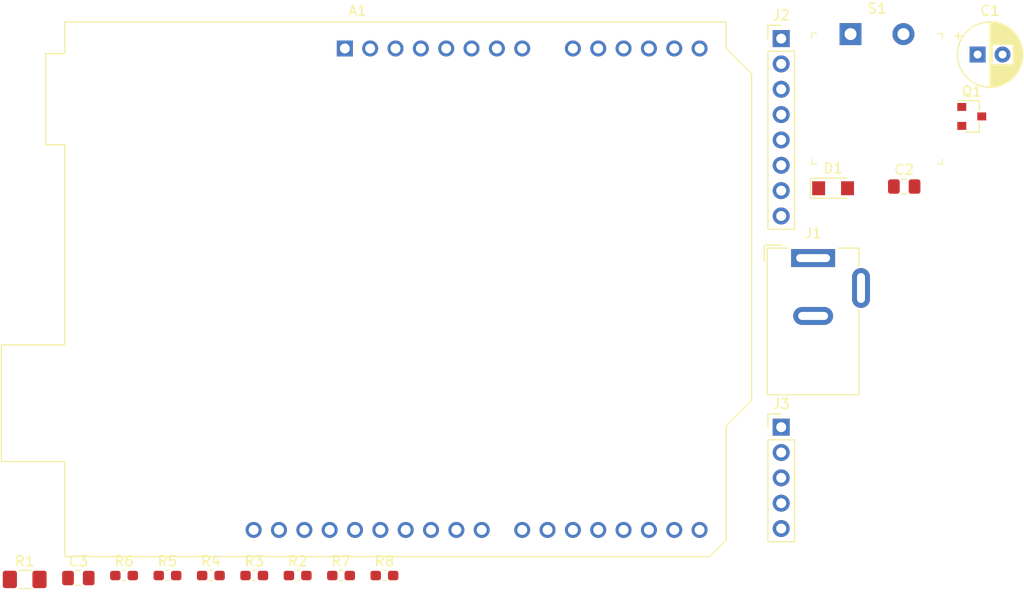
<source format=kicad_pcb>
(kicad_pcb (version 20171130) (host pcbnew "(5.1.12)-1")

  (general
    (thickness 1.6)
    (drawings 0)
    (tracks 0)
    (zones 0)
    (modules 18)
    (nets 41)
  )

  (page A4)
  (layers
    (0 F.Cu signal)
    (31 B.Cu signal)
    (32 B.Adhes user)
    (33 F.Adhes user)
    (34 B.Paste user)
    (35 F.Paste user)
    (36 B.SilkS user)
    (37 F.SilkS user)
    (38 B.Mask user)
    (39 F.Mask user)
    (40 Dwgs.User user)
    (41 Cmts.User user)
    (42 Eco1.User user)
    (43 Eco2.User user)
    (44 Edge.Cuts user)
    (45 Margin user)
    (46 B.CrtYd user)
    (47 F.CrtYd user)
    (48 B.Fab user)
    (49 F.Fab user)
  )

  (setup
    (last_trace_width 0.25)
    (trace_clearance 0.2)
    (zone_clearance 0.508)
    (zone_45_only no)
    (trace_min 0.2)
    (via_size 0.8)
    (via_drill 0.4)
    (via_min_size 0.4)
    (via_min_drill 0.3)
    (uvia_size 0.3)
    (uvia_drill 0.1)
    (uvias_allowed no)
    (uvia_min_size 0.2)
    (uvia_min_drill 0.1)
    (edge_width 0.05)
    (segment_width 0.2)
    (pcb_text_width 0.3)
    (pcb_text_size 1.5 1.5)
    (mod_edge_width 0.12)
    (mod_text_size 1 1)
    (mod_text_width 0.15)
    (pad_size 1.524 1.524)
    (pad_drill 0.762)
    (pad_to_mask_clearance 0)
    (aux_axis_origin 0 0)
    (visible_elements FFFFFF7F)
    (pcbplotparams
      (layerselection 0x010fc_ffffffff)
      (usegerberextensions false)
      (usegerberattributes true)
      (usegerberadvancedattributes true)
      (creategerberjobfile true)
      (excludeedgelayer true)
      (linewidth 0.100000)
      (plotframeref false)
      (viasonmask false)
      (mode 1)
      (useauxorigin false)
      (hpglpennumber 1)
      (hpglpenspeed 20)
      (hpglpendiameter 15.000000)
      (psnegative false)
      (psa4output false)
      (plotreference true)
      (plotvalue true)
      (plotinvisibletext false)
      (padsonsilk false)
      (subtractmaskfromsilk false)
      (outputformat 1)
      (mirror false)
      (drillshape 1)
      (scaleselection 1)
      (outputdirectory ""))
  )

  (net 0 "")
  (net 1 "Net-(A1-Pad16)")
  (net 2 "Net-(A1-Pad15)")
  (net 3 "Net-(A1-Pad30)")
  (net 4 "Net-(A1-Pad14)")
  (net 5 GND)
  (net 6 "Net-(A1-Pad13)")
  (net 7 "Net-(A1-Pad28)")
  (net 8 "Net-(A1-Pad12)")
  (net 9 "Net-(A1-Pad27)")
  (net 10 "Net-(A1-Pad11)")
  (net 11 /RST)
  (net 12 "Net-(A1-Pad10)")
  (net 13 /~CE)
  (net 14 "Net-(A1-Pad9)")
  (net 15 /DC)
  (net 16 +9V)
  (net 17 /DIN)
  (net 18 /CLK)
  (net 19 /TRIG)
  (net 20 VCC)
  (net 21 /ECHO)
  (net 22 +3V3)
  (net 23 "Net-(A1-Pad19)")
  (net 24 "Net-(A1-Pad3)")
  (net 25 "Net-(A1-Pad18)")
  (net 26 "Net-(A1-Pad2)")
  (net 27 "Net-(A1-Pad17)")
  (net 28 "Net-(A1-Pad1)")
  (net 29 "Net-(A1-Pad31)")
  (net 30 "Net-(A1-Pad32)")
  (net 31 "Net-(D1-Pad2)")
  (net 32 "Net-(J1-Pad1)")
  (net 33 /Backlight)
  (net 34 "Net-(J3-Pad2)")
  (net 35 "Net-(R3-Pad2)")
  (net 36 "Net-(R4-Pad2)")
  (net 37 "Net-(R5-Pad2)")
  (net 38 "Net-(R6-Pad2)")
  (net 39 "Net-(R7-Pad2)")
  (net 40 "Net-(R8-Pad1)")

  (net_class Default "This is the default net class."
    (clearance 0.2)
    (trace_width 0.25)
    (via_dia 0.8)
    (via_drill 0.4)
    (uvia_dia 0.3)
    (uvia_drill 0.1)
    (add_net +3V3)
    (add_net +9V)
    (add_net /Backlight)
    (add_net /CLK)
    (add_net /DC)
    (add_net /DIN)
    (add_net /ECHO)
    (add_net /RST)
    (add_net /TRIG)
    (add_net /~CE)
    (add_net GND)
    (add_net "Net-(A1-Pad1)")
    (add_net "Net-(A1-Pad10)")
    (add_net "Net-(A1-Pad11)")
    (add_net "Net-(A1-Pad12)")
    (add_net "Net-(A1-Pad13)")
    (add_net "Net-(A1-Pad14)")
    (add_net "Net-(A1-Pad15)")
    (add_net "Net-(A1-Pad16)")
    (add_net "Net-(A1-Pad17)")
    (add_net "Net-(A1-Pad18)")
    (add_net "Net-(A1-Pad19)")
    (add_net "Net-(A1-Pad2)")
    (add_net "Net-(A1-Pad27)")
    (add_net "Net-(A1-Pad28)")
    (add_net "Net-(A1-Pad3)")
    (add_net "Net-(A1-Pad30)")
    (add_net "Net-(A1-Pad31)")
    (add_net "Net-(A1-Pad32)")
    (add_net "Net-(A1-Pad9)")
    (add_net "Net-(D1-Pad2)")
    (add_net "Net-(J1-Pad1)")
    (add_net "Net-(J3-Pad2)")
    (add_net "Net-(R3-Pad2)")
    (add_net "Net-(R4-Pad2)")
    (add_net "Net-(R5-Pad2)")
    (add_net "Net-(R6-Pad2)")
    (add_net "Net-(R7-Pad2)")
    (add_net "Net-(R8-Pad1)")
    (add_net VCC)
  )

  (module digikey-footprints:PushButton_12x12mm_THT_GPTS203211B (layer F.Cu) (tedit 5AFB65B9) (tstamp 619966FF)
    (at 151.44 71.31)
    (path /619A8804)
    (fp_text reference S1 (at 2.65 -2.57) (layer F.SilkS)
      (effects (font (size 1 1) (thickness 0.15)))
    )
    (fp_text value GPTS203211B (at 2.65 14.45) (layer F.Fab)
      (effects (font (size 1 1) (thickness 0.15)))
    )
    (fp_text user %R (at 2.65 6.3) (layer F.Fab)
      (effects (font (size 1 1) (thickness 0.15)))
    )
    (fp_line (start 9.4 -1.35) (end -4.1 -1.35) (layer F.CrtYd) (width 0.05))
    (fp_line (start -4.1 -1.35) (end -4.1 13.25) (layer F.CrtYd) (width 0.05))
    (fp_line (start 9.4 13.25) (end -4.1 13.25) (layer F.CrtYd) (width 0.05))
    (fp_line (start 9.4 -1.35) (end 9.4 13.25) (layer F.CrtYd) (width 0.05))
    (fp_line (start 9.2 -0.05) (end 9.2 0.45) (layer F.SilkS) (width 0.1))
    (fp_line (start 9.2 -0.05) (end 8.7 -0.05) (layer F.SilkS) (width 0.1))
    (fp_line (start -3.9 -0.1) (end -3.9 0.4) (layer F.SilkS) (width 0.1))
    (fp_line (start -3.9 -0.1) (end -3.4 -0.1) (layer F.SilkS) (width 0.1))
    (fp_line (start -3.9 13.05) (end -3.9 12.55) (layer F.SilkS) (width 0.1))
    (fp_line (start -3.9 13.05) (end -3.4 13.05) (layer F.SilkS) (width 0.1))
    (fp_line (start 9.2 13.05) (end 9.2 12.55) (layer F.SilkS) (width 0.1))
    (fp_line (start 9.2 13.05) (end 8.7 13.05) (layer F.SilkS) (width 0.1))
    (fp_line (start -3.85 13) (end 9.15 13) (layer F.Fab) (width 0.1))
    (fp_line (start 9.15 0) (end 9.15 13) (layer F.Fab) (width 0.1))
    (fp_line (start -3.85 0) (end -3.85 13) (layer F.Fab) (width 0.1))
    (fp_line (start -3.85 0) (end 9.15 0) (layer F.Fab) (width 0.1))
    (pad 2 thru_hole circle (at 5.3 0) (size 2.2 2.2) (drill 1.2) (layers *.Cu *.Mask)
      (net 40 "Net-(R8-Pad1)"))
    (pad 1 thru_hole rect (at 0 0) (size 2.2 2.2) (drill 1.2) (layers *.Cu *.Mask)
      (net 24 "Net-(A1-Pad3)"))
  )

  (module Resistor_SMD:R_0603_1608Metric_Pad1.05x0.95mm_HandSolder (layer F.Cu) (tedit 5B301BBD) (tstamp 619966E8)
    (at 104.72 125.58)
    (descr "Resistor SMD 0603 (1608 Metric), square (rectangular) end terminal, IPC_7351 nominal with elongated pad for handsoldering. (Body size source: http://www.tortai-tech.com/upload/download/2011102023233369053.pdf), generated with kicad-footprint-generator")
    (tags "resistor handsolder")
    (path /619A9DEB)
    (attr smd)
    (fp_text reference R8 (at 0 -1.43) (layer F.SilkS)
      (effects (font (size 1 1) (thickness 0.15)))
    )
    (fp_text value 1k (at 0 1.43) (layer F.Fab)
      (effects (font (size 1 1) (thickness 0.15)))
    )
    (fp_text user %R (at 0 0) (layer F.Fab)
      (effects (font (size 0.4 0.4) (thickness 0.06)))
    )
    (fp_line (start -0.8 0.4) (end -0.8 -0.4) (layer F.Fab) (width 0.1))
    (fp_line (start -0.8 -0.4) (end 0.8 -0.4) (layer F.Fab) (width 0.1))
    (fp_line (start 0.8 -0.4) (end 0.8 0.4) (layer F.Fab) (width 0.1))
    (fp_line (start 0.8 0.4) (end -0.8 0.4) (layer F.Fab) (width 0.1))
    (fp_line (start -0.171267 -0.51) (end 0.171267 -0.51) (layer F.SilkS) (width 0.12))
    (fp_line (start -0.171267 0.51) (end 0.171267 0.51) (layer F.SilkS) (width 0.12))
    (fp_line (start -1.65 0.73) (end -1.65 -0.73) (layer F.CrtYd) (width 0.05))
    (fp_line (start -1.65 -0.73) (end 1.65 -0.73) (layer F.CrtYd) (width 0.05))
    (fp_line (start 1.65 -0.73) (end 1.65 0.73) (layer F.CrtYd) (width 0.05))
    (fp_line (start 1.65 0.73) (end -1.65 0.73) (layer F.CrtYd) (width 0.05))
    (pad 2 smd roundrect (at 0.875 0) (size 1.05 0.95) (layers F.Cu F.Paste F.Mask) (roundrect_rratio 0.25)
      (net 5 GND))
    (pad 1 smd roundrect (at -0.875 0) (size 1.05 0.95) (layers F.Cu F.Paste F.Mask) (roundrect_rratio 0.25)
      (net 40 "Net-(R8-Pad1)"))
    (model ${KISYS3DMOD}/Resistor_SMD.3dshapes/R_0603_1608Metric.wrl
      (at (xyz 0 0 0))
      (scale (xyz 1 1 1))
      (rotate (xyz 0 0 0))
    )
  )

  (module Resistor_SMD:R_0603_1608Metric_Pad1.05x0.95mm_HandSolder (layer F.Cu) (tedit 5B301BBD) (tstamp 619966D7)
    (at 100.37 125.58)
    (descr "Resistor SMD 0603 (1608 Metric), square (rectangular) end terminal, IPC_7351 nominal with elongated pad for handsoldering. (Body size source: http://www.tortai-tech.com/upload/download/2011102023233369053.pdf), generated with kicad-footprint-generator")
    (tags "resistor handsolder")
    (path /619C5691)
    (attr smd)
    (fp_text reference R7 (at 0 -1.43) (layer F.SilkS)
      (effects (font (size 1 1) (thickness 0.15)))
    )
    (fp_text value 10k (at 0 1.43) (layer F.Fab)
      (effects (font (size 1 1) (thickness 0.15)))
    )
    (fp_text user %R (at 0 0) (layer F.Fab)
      (effects (font (size 0.4 0.4) (thickness 0.06)))
    )
    (fp_line (start -0.8 0.4) (end -0.8 -0.4) (layer F.Fab) (width 0.1))
    (fp_line (start -0.8 -0.4) (end 0.8 -0.4) (layer F.Fab) (width 0.1))
    (fp_line (start 0.8 -0.4) (end 0.8 0.4) (layer F.Fab) (width 0.1))
    (fp_line (start 0.8 0.4) (end -0.8 0.4) (layer F.Fab) (width 0.1))
    (fp_line (start -0.171267 -0.51) (end 0.171267 -0.51) (layer F.SilkS) (width 0.12))
    (fp_line (start -0.171267 0.51) (end 0.171267 0.51) (layer F.SilkS) (width 0.12))
    (fp_line (start -1.65 0.73) (end -1.65 -0.73) (layer F.CrtYd) (width 0.05))
    (fp_line (start -1.65 -0.73) (end 1.65 -0.73) (layer F.CrtYd) (width 0.05))
    (fp_line (start 1.65 -0.73) (end 1.65 0.73) (layer F.CrtYd) (width 0.05))
    (fp_line (start 1.65 0.73) (end -1.65 0.73) (layer F.CrtYd) (width 0.05))
    (pad 2 smd roundrect (at 0.875 0) (size 1.05 0.95) (layers F.Cu F.Paste F.Mask) (roundrect_rratio 0.25)
      (net 39 "Net-(R7-Pad2)"))
    (pad 1 smd roundrect (at -0.875 0) (size 1.05 0.95) (layers F.Cu F.Paste F.Mask) (roundrect_rratio 0.25)
      (net 11 /RST))
    (model ${KISYS3DMOD}/Resistor_SMD.3dshapes/R_0603_1608Metric.wrl
      (at (xyz 0 0 0))
      (scale (xyz 1 1 1))
      (rotate (xyz 0 0 0))
    )
  )

  (module Resistor_SMD:R_0603_1608Metric_Pad1.05x0.95mm_HandSolder (layer F.Cu) (tedit 5B301BBD) (tstamp 619966C6)
    (at 78.62 125.58)
    (descr "Resistor SMD 0603 (1608 Metric), square (rectangular) end terminal, IPC_7351 nominal with elongated pad for handsoldering. (Body size source: http://www.tortai-tech.com/upload/download/2011102023233369053.pdf), generated with kicad-footprint-generator")
    (tags "resistor handsolder")
    (path /619C2B43)
    (attr smd)
    (fp_text reference R6 (at 0 -1.43) (layer F.SilkS)
      (effects (font (size 1 1) (thickness 0.15)))
    )
    (fp_text value 1k (at 0 1.43) (layer F.Fab)
      (effects (font (size 1 1) (thickness 0.15)))
    )
    (fp_text user %R (at 0 0) (layer F.Fab)
      (effects (font (size 0.4 0.4) (thickness 0.06)))
    )
    (fp_line (start -0.8 0.4) (end -0.8 -0.4) (layer F.Fab) (width 0.1))
    (fp_line (start -0.8 -0.4) (end 0.8 -0.4) (layer F.Fab) (width 0.1))
    (fp_line (start 0.8 -0.4) (end 0.8 0.4) (layer F.Fab) (width 0.1))
    (fp_line (start 0.8 0.4) (end -0.8 0.4) (layer F.Fab) (width 0.1))
    (fp_line (start -0.171267 -0.51) (end 0.171267 -0.51) (layer F.SilkS) (width 0.12))
    (fp_line (start -0.171267 0.51) (end 0.171267 0.51) (layer F.SilkS) (width 0.12))
    (fp_line (start -1.65 0.73) (end -1.65 -0.73) (layer F.CrtYd) (width 0.05))
    (fp_line (start -1.65 -0.73) (end 1.65 -0.73) (layer F.CrtYd) (width 0.05))
    (fp_line (start 1.65 -0.73) (end 1.65 0.73) (layer F.CrtYd) (width 0.05))
    (fp_line (start 1.65 0.73) (end -1.65 0.73) (layer F.CrtYd) (width 0.05))
    (pad 2 smd roundrect (at 0.875 0) (size 1.05 0.95) (layers F.Cu F.Paste F.Mask) (roundrect_rratio 0.25)
      (net 38 "Net-(R6-Pad2)"))
    (pad 1 smd roundrect (at -0.875 0) (size 1.05 0.95) (layers F.Cu F.Paste F.Mask) (roundrect_rratio 0.25)
      (net 13 /~CE))
    (model ${KISYS3DMOD}/Resistor_SMD.3dshapes/R_0603_1608Metric.wrl
      (at (xyz 0 0 0))
      (scale (xyz 1 1 1))
      (rotate (xyz 0 0 0))
    )
  )

  (module Resistor_SMD:R_0603_1608Metric_Pad1.05x0.95mm_HandSolder (layer F.Cu) (tedit 5B301BBD) (tstamp 619966B5)
    (at 82.97 125.58)
    (descr "Resistor SMD 0603 (1608 Metric), square (rectangular) end terminal, IPC_7351 nominal with elongated pad for handsoldering. (Body size source: http://www.tortai-tech.com/upload/download/2011102023233369053.pdf), generated with kicad-footprint-generator")
    (tags "resistor handsolder")
    (path /619C6616)
    (attr smd)
    (fp_text reference R5 (at 0 -1.43) (layer F.SilkS)
      (effects (font (size 1 1) (thickness 0.15)))
    )
    (fp_text value 10k (at 0 1.43) (layer F.Fab)
      (effects (font (size 1 1) (thickness 0.15)))
    )
    (fp_text user %R (at 0 0) (layer F.Fab)
      (effects (font (size 0.4 0.4) (thickness 0.06)))
    )
    (fp_line (start -0.8 0.4) (end -0.8 -0.4) (layer F.Fab) (width 0.1))
    (fp_line (start -0.8 -0.4) (end 0.8 -0.4) (layer F.Fab) (width 0.1))
    (fp_line (start 0.8 -0.4) (end 0.8 0.4) (layer F.Fab) (width 0.1))
    (fp_line (start 0.8 0.4) (end -0.8 0.4) (layer F.Fab) (width 0.1))
    (fp_line (start -0.171267 -0.51) (end 0.171267 -0.51) (layer F.SilkS) (width 0.12))
    (fp_line (start -0.171267 0.51) (end 0.171267 0.51) (layer F.SilkS) (width 0.12))
    (fp_line (start -1.65 0.73) (end -1.65 -0.73) (layer F.CrtYd) (width 0.05))
    (fp_line (start -1.65 -0.73) (end 1.65 -0.73) (layer F.CrtYd) (width 0.05))
    (fp_line (start 1.65 -0.73) (end 1.65 0.73) (layer F.CrtYd) (width 0.05))
    (fp_line (start 1.65 0.73) (end -1.65 0.73) (layer F.CrtYd) (width 0.05))
    (pad 2 smd roundrect (at 0.875 0) (size 1.05 0.95) (layers F.Cu F.Paste F.Mask) (roundrect_rratio 0.25)
      (net 37 "Net-(R5-Pad2)"))
    (pad 1 smd roundrect (at -0.875 0) (size 1.05 0.95) (layers F.Cu F.Paste F.Mask) (roundrect_rratio 0.25)
      (net 15 /DC))
    (model ${KISYS3DMOD}/Resistor_SMD.3dshapes/R_0603_1608Metric.wrl
      (at (xyz 0 0 0))
      (scale (xyz 1 1 1))
      (rotate (xyz 0 0 0))
    )
  )

  (module Resistor_SMD:R_0603_1608Metric_Pad1.05x0.95mm_HandSolder (layer F.Cu) (tedit 5B301BBD) (tstamp 619966A4)
    (at 87.32 125.58)
    (descr "Resistor SMD 0603 (1608 Metric), square (rectangular) end terminal, IPC_7351 nominal with elongated pad for handsoldering. (Body size source: http://www.tortai-tech.com/upload/download/2011102023233369053.pdf), generated with kicad-footprint-generator")
    (tags "resistor handsolder")
    (path /619C68E8)
    (attr smd)
    (fp_text reference R4 (at 0 -1.43) (layer F.SilkS)
      (effects (font (size 1 1) (thickness 0.15)))
    )
    (fp_text value 10k (at 0 1.43) (layer F.Fab)
      (effects (font (size 1 1) (thickness 0.15)))
    )
    (fp_text user %R (at 0 0) (layer F.Fab)
      (effects (font (size 0.4 0.4) (thickness 0.06)))
    )
    (fp_line (start -0.8 0.4) (end -0.8 -0.4) (layer F.Fab) (width 0.1))
    (fp_line (start -0.8 -0.4) (end 0.8 -0.4) (layer F.Fab) (width 0.1))
    (fp_line (start 0.8 -0.4) (end 0.8 0.4) (layer F.Fab) (width 0.1))
    (fp_line (start 0.8 0.4) (end -0.8 0.4) (layer F.Fab) (width 0.1))
    (fp_line (start -0.171267 -0.51) (end 0.171267 -0.51) (layer F.SilkS) (width 0.12))
    (fp_line (start -0.171267 0.51) (end 0.171267 0.51) (layer F.SilkS) (width 0.12))
    (fp_line (start -1.65 0.73) (end -1.65 -0.73) (layer F.CrtYd) (width 0.05))
    (fp_line (start -1.65 -0.73) (end 1.65 -0.73) (layer F.CrtYd) (width 0.05))
    (fp_line (start 1.65 -0.73) (end 1.65 0.73) (layer F.CrtYd) (width 0.05))
    (fp_line (start 1.65 0.73) (end -1.65 0.73) (layer F.CrtYd) (width 0.05))
    (pad 2 smd roundrect (at 0.875 0) (size 1.05 0.95) (layers F.Cu F.Paste F.Mask) (roundrect_rratio 0.25)
      (net 36 "Net-(R4-Pad2)"))
    (pad 1 smd roundrect (at -0.875 0) (size 1.05 0.95) (layers F.Cu F.Paste F.Mask) (roundrect_rratio 0.25)
      (net 17 /DIN))
    (model ${KISYS3DMOD}/Resistor_SMD.3dshapes/R_0603_1608Metric.wrl
      (at (xyz 0 0 0))
      (scale (xyz 1 1 1))
      (rotate (xyz 0 0 0))
    )
  )

  (module Resistor_SMD:R_0603_1608Metric_Pad1.05x0.95mm_HandSolder (layer F.Cu) (tedit 5B301BBD) (tstamp 61996693)
    (at 91.67 125.58)
    (descr "Resistor SMD 0603 (1608 Metric), square (rectangular) end terminal, IPC_7351 nominal with elongated pad for handsoldering. (Body size source: http://www.tortai-tech.com/upload/download/2011102023233369053.pdf), generated with kicad-footprint-generator")
    (tags "resistor handsolder")
    (path /619C6C81)
    (attr smd)
    (fp_text reference R3 (at 0 -1.43) (layer F.SilkS)
      (effects (font (size 1 1) (thickness 0.15)))
    )
    (fp_text value 10k (at 0 1.43) (layer F.Fab)
      (effects (font (size 1 1) (thickness 0.15)))
    )
    (fp_text user %R (at 0 0) (layer F.Fab)
      (effects (font (size 0.4 0.4) (thickness 0.06)))
    )
    (fp_line (start -0.8 0.4) (end -0.8 -0.4) (layer F.Fab) (width 0.1))
    (fp_line (start -0.8 -0.4) (end 0.8 -0.4) (layer F.Fab) (width 0.1))
    (fp_line (start 0.8 -0.4) (end 0.8 0.4) (layer F.Fab) (width 0.1))
    (fp_line (start 0.8 0.4) (end -0.8 0.4) (layer F.Fab) (width 0.1))
    (fp_line (start -0.171267 -0.51) (end 0.171267 -0.51) (layer F.SilkS) (width 0.12))
    (fp_line (start -0.171267 0.51) (end 0.171267 0.51) (layer F.SilkS) (width 0.12))
    (fp_line (start -1.65 0.73) (end -1.65 -0.73) (layer F.CrtYd) (width 0.05))
    (fp_line (start -1.65 -0.73) (end 1.65 -0.73) (layer F.CrtYd) (width 0.05))
    (fp_line (start 1.65 -0.73) (end 1.65 0.73) (layer F.CrtYd) (width 0.05))
    (fp_line (start 1.65 0.73) (end -1.65 0.73) (layer F.CrtYd) (width 0.05))
    (pad 2 smd roundrect (at 0.875 0) (size 1.05 0.95) (layers F.Cu F.Paste F.Mask) (roundrect_rratio 0.25)
      (net 35 "Net-(R3-Pad2)"))
    (pad 1 smd roundrect (at -0.875 0) (size 1.05 0.95) (layers F.Cu F.Paste F.Mask) (roundrect_rratio 0.25)
      (net 18 /CLK))
    (model ${KISYS3DMOD}/Resistor_SMD.3dshapes/R_0603_1608Metric.wrl
      (at (xyz 0 0 0))
      (scale (xyz 1 1 1))
      (rotate (xyz 0 0 0))
    )
  )

  (module Resistor_SMD:R_0603_1608Metric_Pad1.05x0.95mm_HandSolder (layer F.Cu) (tedit 5B301BBD) (tstamp 61996682)
    (at 96.02 125.58)
    (descr "Resistor SMD 0603 (1608 Metric), square (rectangular) end terminal, IPC_7351 nominal with elongated pad for handsoldering. (Body size source: http://www.tortai-tech.com/upload/download/2011102023233369053.pdf), generated with kicad-footprint-generator")
    (tags "resistor handsolder")
    (path /619A1CBC)
    (attr smd)
    (fp_text reference R2 (at 0 -1.43) (layer F.SilkS)
      (effects (font (size 1 1) (thickness 0.15)))
    )
    (fp_text value 220R (at 0 1.43) (layer F.Fab)
      (effects (font (size 1 1) (thickness 0.15)))
    )
    (fp_text user %R (at 0 0) (layer F.Fab)
      (effects (font (size 0.4 0.4) (thickness 0.06)))
    )
    (fp_line (start -0.8 0.4) (end -0.8 -0.4) (layer F.Fab) (width 0.1))
    (fp_line (start -0.8 -0.4) (end 0.8 -0.4) (layer F.Fab) (width 0.1))
    (fp_line (start 0.8 -0.4) (end 0.8 0.4) (layer F.Fab) (width 0.1))
    (fp_line (start 0.8 0.4) (end -0.8 0.4) (layer F.Fab) (width 0.1))
    (fp_line (start -0.171267 -0.51) (end 0.171267 -0.51) (layer F.SilkS) (width 0.12))
    (fp_line (start -0.171267 0.51) (end 0.171267 0.51) (layer F.SilkS) (width 0.12))
    (fp_line (start -1.65 0.73) (end -1.65 -0.73) (layer F.CrtYd) (width 0.05))
    (fp_line (start -1.65 -0.73) (end 1.65 -0.73) (layer F.CrtYd) (width 0.05))
    (fp_line (start 1.65 -0.73) (end 1.65 0.73) (layer F.CrtYd) (width 0.05))
    (fp_line (start 1.65 0.73) (end -1.65 0.73) (layer F.CrtYd) (width 0.05))
    (pad 2 smd roundrect (at 0.875 0) (size 1.05 0.95) (layers F.Cu F.Paste F.Mask) (roundrect_rratio 0.25)
      (net 22 +3V3))
    (pad 1 smd roundrect (at -0.875 0) (size 1.05 0.95) (layers F.Cu F.Paste F.Mask) (roundrect_rratio 0.25)
      (net 33 /Backlight))
    (model ${KISYS3DMOD}/Resistor_SMD.3dshapes/R_0603_1608Metric.wrl
      (at (xyz 0 0 0))
      (scale (xyz 1 1 1))
      (rotate (xyz 0 0 0))
    )
  )

  (module Resistor_SMD:R_1206_3216Metric_Pad1.42x1.75mm_HandSolder (layer F.Cu) (tedit 5B301BBD) (tstamp 61996671)
    (at 68.66 125.97)
    (descr "Resistor SMD 1206 (3216 Metric), square (rectangular) end terminal, IPC_7351 nominal with elongated pad for handsoldering. (Body size source: http://www.tortai-tech.com/upload/download/2011102023233369053.pdf), generated with kicad-footprint-generator")
    (tags "resistor handsolder")
    (path /61999A3C)
    (attr smd)
    (fp_text reference R1 (at 0 -1.82) (layer F.SilkS)
      (effects (font (size 1 1) (thickness 0.15)))
    )
    (fp_text value 100R (at 0 1.82) (layer F.Fab)
      (effects (font (size 1 1) (thickness 0.15)))
    )
    (fp_text user %R (at 0 0) (layer F.Fab)
      (effects (font (size 0.8 0.8) (thickness 0.12)))
    )
    (fp_line (start -1.6 0.8) (end -1.6 -0.8) (layer F.Fab) (width 0.1))
    (fp_line (start -1.6 -0.8) (end 1.6 -0.8) (layer F.Fab) (width 0.1))
    (fp_line (start 1.6 -0.8) (end 1.6 0.8) (layer F.Fab) (width 0.1))
    (fp_line (start 1.6 0.8) (end -1.6 0.8) (layer F.Fab) (width 0.1))
    (fp_line (start -0.602064 -0.91) (end 0.602064 -0.91) (layer F.SilkS) (width 0.12))
    (fp_line (start -0.602064 0.91) (end 0.602064 0.91) (layer F.SilkS) (width 0.12))
    (fp_line (start -2.45 1.12) (end -2.45 -1.12) (layer F.CrtYd) (width 0.05))
    (fp_line (start -2.45 -1.12) (end 2.45 -1.12) (layer F.CrtYd) (width 0.05))
    (fp_line (start 2.45 -1.12) (end 2.45 1.12) (layer F.CrtYd) (width 0.05))
    (fp_line (start 2.45 1.12) (end -2.45 1.12) (layer F.CrtYd) (width 0.05))
    (pad 2 smd roundrect (at 1.4875 0) (size 1.425 1.75) (layers F.Cu F.Paste F.Mask) (roundrect_rratio 0.175439)
      (net 5 GND))
    (pad 1 smd roundrect (at -1.4875 0) (size 1.425 1.75) (layers F.Cu F.Paste F.Mask) (roundrect_rratio 0.175439)
      (net 31 "Net-(D1-Pad2)"))
    (model ${KISYS3DMOD}/Resistor_SMD.3dshapes/R_1206_3216Metric.wrl
      (at (xyz 0 0 0))
      (scale (xyz 1 1 1))
      (rotate (xyz 0 0 0))
    )
  )

  (module Package_TO_SOT_SMD:SOT-23 (layer F.Cu) (tedit 5A02FF57) (tstamp 61996660)
    (at 163.59 79.56)
    (descr "SOT-23, Standard")
    (tags SOT-23)
    (path /61995D66)
    (attr smd)
    (fp_text reference Q1 (at 0 -2.5) (layer F.SilkS)
      (effects (font (size 1 1) (thickness 0.15)))
    )
    (fp_text value DMG2301L (at 0 2.5) (layer F.Fab)
      (effects (font (size 1 1) (thickness 0.15)))
    )
    (fp_text user %R (at 0 0 90) (layer F.Fab)
      (effects (font (size 0.5 0.5) (thickness 0.075)))
    )
    (fp_line (start -0.7 -0.95) (end -0.7 1.5) (layer F.Fab) (width 0.1))
    (fp_line (start -0.15 -1.52) (end 0.7 -1.52) (layer F.Fab) (width 0.1))
    (fp_line (start -0.7 -0.95) (end -0.15 -1.52) (layer F.Fab) (width 0.1))
    (fp_line (start 0.7 -1.52) (end 0.7 1.52) (layer F.Fab) (width 0.1))
    (fp_line (start -0.7 1.52) (end 0.7 1.52) (layer F.Fab) (width 0.1))
    (fp_line (start 0.76 1.58) (end 0.76 0.65) (layer F.SilkS) (width 0.12))
    (fp_line (start 0.76 -1.58) (end 0.76 -0.65) (layer F.SilkS) (width 0.12))
    (fp_line (start -1.7 -1.75) (end 1.7 -1.75) (layer F.CrtYd) (width 0.05))
    (fp_line (start 1.7 -1.75) (end 1.7 1.75) (layer F.CrtYd) (width 0.05))
    (fp_line (start 1.7 1.75) (end -1.7 1.75) (layer F.CrtYd) (width 0.05))
    (fp_line (start -1.7 1.75) (end -1.7 -1.75) (layer F.CrtYd) (width 0.05))
    (fp_line (start 0.76 -1.58) (end -1.4 -1.58) (layer F.SilkS) (width 0.12))
    (fp_line (start 0.76 1.58) (end -0.7 1.58) (layer F.SilkS) (width 0.12))
    (pad 3 smd rect (at 1 0) (size 0.9 0.8) (layers F.Cu F.Paste F.Mask)
      (net 32 "Net-(J1-Pad1)"))
    (pad 2 smd rect (at -1 0.95) (size 0.9 0.8) (layers F.Cu F.Paste F.Mask)
      (net 16 +9V))
    (pad 1 smd rect (at -1 -0.95) (size 0.9 0.8) (layers F.Cu F.Paste F.Mask)
      (net 31 "Net-(D1-Pad2)"))
    (model ${KISYS3DMOD}/Package_TO_SOT_SMD.3dshapes/SOT-23.wrl
      (at (xyz 0 0 0))
      (scale (xyz 1 1 1))
      (rotate (xyz 0 0 0))
    )
  )

  (module Connector_PinHeader_2.54mm:PinHeader_1x05_P2.54mm_Vertical (layer F.Cu) (tedit 59FED5CC) (tstamp 6199664B)
    (at 144.49 110.71)
    (descr "Through hole straight pin header, 1x05, 2.54mm pitch, single row")
    (tags "Through hole pin header THT 1x05 2.54mm single row")
    (path /619B4ADE)
    (fp_text reference J3 (at 0 -2.33) (layer F.SilkS)
      (effects (font (size 1 1) (thickness 0.15)))
    )
    (fp_text value Conn_01x05_Female (at 0 12.49) (layer F.Fab)
      (effects (font (size 1 1) (thickness 0.15)))
    )
    (fp_text user %R (at 0 5.08 90) (layer F.Fab)
      (effects (font (size 1 1) (thickness 0.15)))
    )
    (fp_line (start -0.635 -1.27) (end 1.27 -1.27) (layer F.Fab) (width 0.1))
    (fp_line (start 1.27 -1.27) (end 1.27 11.43) (layer F.Fab) (width 0.1))
    (fp_line (start 1.27 11.43) (end -1.27 11.43) (layer F.Fab) (width 0.1))
    (fp_line (start -1.27 11.43) (end -1.27 -0.635) (layer F.Fab) (width 0.1))
    (fp_line (start -1.27 -0.635) (end -0.635 -1.27) (layer F.Fab) (width 0.1))
    (fp_line (start -1.33 11.49) (end 1.33 11.49) (layer F.SilkS) (width 0.12))
    (fp_line (start -1.33 1.27) (end -1.33 11.49) (layer F.SilkS) (width 0.12))
    (fp_line (start 1.33 1.27) (end 1.33 11.49) (layer F.SilkS) (width 0.12))
    (fp_line (start -1.33 1.27) (end 1.33 1.27) (layer F.SilkS) (width 0.12))
    (fp_line (start -1.33 0) (end -1.33 -1.33) (layer F.SilkS) (width 0.12))
    (fp_line (start -1.33 -1.33) (end 0 -1.33) (layer F.SilkS) (width 0.12))
    (fp_line (start -1.8 -1.8) (end -1.8 11.95) (layer F.CrtYd) (width 0.05))
    (fp_line (start -1.8 11.95) (end 1.8 11.95) (layer F.CrtYd) (width 0.05))
    (fp_line (start 1.8 11.95) (end 1.8 -1.8) (layer F.CrtYd) (width 0.05))
    (fp_line (start 1.8 -1.8) (end -1.8 -1.8) (layer F.CrtYd) (width 0.05))
    (pad 5 thru_hole oval (at 0 10.16) (size 1.7 1.7) (drill 1) (layers *.Cu *.Mask)
      (net 20 VCC))
    (pad 4 thru_hole oval (at 0 7.62) (size 1.7 1.7) (drill 1) (layers *.Cu *.Mask)
      (net 21 /ECHO))
    (pad 3 thru_hole oval (at 0 5.08) (size 1.7 1.7) (drill 1) (layers *.Cu *.Mask)
      (net 19 /TRIG))
    (pad 2 thru_hole oval (at 0 2.54) (size 1.7 1.7) (drill 1) (layers *.Cu *.Mask)
      (net 34 "Net-(J3-Pad2)"))
    (pad 1 thru_hole rect (at 0 0) (size 1.7 1.7) (drill 1) (layers *.Cu *.Mask)
      (net 5 GND))
    (model ${KISYS3DMOD}/Connector_PinHeader_2.54mm.3dshapes/PinHeader_1x05_P2.54mm_Vertical.wrl
      (at (xyz 0 0 0))
      (scale (xyz 1 1 1))
      (rotate (xyz 0 0 0))
    )
  )

  (module Connector_PinHeader_2.54mm:PinHeader_1x08_P2.54mm_Vertical (layer F.Cu) (tedit 59FED5CC) (tstamp 61996632)
    (at 144.49 71.76)
    (descr "Through hole straight pin header, 1x08, 2.54mm pitch, single row")
    (tags "Through hole pin header THT 1x08 2.54mm single row")
    (path /61995D6C)
    (fp_text reference J2 (at 0 -2.33) (layer F.SilkS)
      (effects (font (size 1 1) (thickness 0.15)))
    )
    (fp_text value Conn_01x08_Female (at 0 20.11) (layer F.Fab)
      (effects (font (size 1 1) (thickness 0.15)))
    )
    (fp_text user %R (at 0 8.89 90) (layer F.Fab)
      (effects (font (size 1 1) (thickness 0.15)))
    )
    (fp_line (start -0.635 -1.27) (end 1.27 -1.27) (layer F.Fab) (width 0.1))
    (fp_line (start 1.27 -1.27) (end 1.27 19.05) (layer F.Fab) (width 0.1))
    (fp_line (start 1.27 19.05) (end -1.27 19.05) (layer F.Fab) (width 0.1))
    (fp_line (start -1.27 19.05) (end -1.27 -0.635) (layer F.Fab) (width 0.1))
    (fp_line (start -1.27 -0.635) (end -0.635 -1.27) (layer F.Fab) (width 0.1))
    (fp_line (start -1.33 19.11) (end 1.33 19.11) (layer F.SilkS) (width 0.12))
    (fp_line (start -1.33 1.27) (end -1.33 19.11) (layer F.SilkS) (width 0.12))
    (fp_line (start 1.33 1.27) (end 1.33 19.11) (layer F.SilkS) (width 0.12))
    (fp_line (start -1.33 1.27) (end 1.33 1.27) (layer F.SilkS) (width 0.12))
    (fp_line (start -1.33 0) (end -1.33 -1.33) (layer F.SilkS) (width 0.12))
    (fp_line (start -1.33 -1.33) (end 0 -1.33) (layer F.SilkS) (width 0.12))
    (fp_line (start -1.8 -1.8) (end -1.8 19.55) (layer F.CrtYd) (width 0.05))
    (fp_line (start -1.8 19.55) (end 1.8 19.55) (layer F.CrtYd) (width 0.05))
    (fp_line (start 1.8 19.55) (end 1.8 -1.8) (layer F.CrtYd) (width 0.05))
    (fp_line (start 1.8 -1.8) (end -1.8 -1.8) (layer F.CrtYd) (width 0.05))
    (pad 8 thru_hole oval (at 0 17.78) (size 1.7 1.7) (drill 1) (layers *.Cu *.Mask)
      (net 5 GND))
    (pad 7 thru_hole oval (at 0 15.24) (size 1.7 1.7) (drill 1) (layers *.Cu *.Mask)
      (net 33 /Backlight))
    (pad 6 thru_hole oval (at 0 12.7) (size 1.7 1.7) (drill 1) (layers *.Cu *.Mask)
      (net 22 +3V3))
    (pad 5 thru_hole oval (at 0 10.16) (size 1.7 1.7) (drill 1) (layers *.Cu *.Mask)
      (net 18 /CLK))
    (pad 4 thru_hole oval (at 0 7.62) (size 1.7 1.7) (drill 1) (layers *.Cu *.Mask)
      (net 17 /DIN))
    (pad 3 thru_hole oval (at 0 5.08) (size 1.7 1.7) (drill 1) (layers *.Cu *.Mask)
      (net 15 /DC))
    (pad 2 thru_hole oval (at 0 2.54) (size 1.7 1.7) (drill 1) (layers *.Cu *.Mask)
      (net 13 /~CE))
    (pad 1 thru_hole rect (at 0 0) (size 1.7 1.7) (drill 1) (layers *.Cu *.Mask)
      (net 11 /RST))
    (model ${KISYS3DMOD}/Connector_PinHeader_2.54mm.3dshapes/PinHeader_1x08_P2.54mm_Vertical.wrl
      (at (xyz 0 0 0))
      (scale (xyz 1 1 1))
      (rotate (xyz 0 0 0))
    )
  )

  (module Connector_BarrelJack:BarrelJack_Wuerth_6941xx301002 (layer F.Cu) (tedit 5B191DE1) (tstamp 61996616)
    (at 147.69 93.76)
    (descr "Wuerth electronics barrel jack connector (5.5mm outher diameter, inner diameter 2.05mm or 2.55mm depending on exact order number), See: http://katalog.we-online.de/em/datasheet/6941xx301002.pdf")
    (tags "connector barrel jack")
    (path /619AB9F6)
    (fp_text reference J1 (at 0 -2.5) (layer F.SilkS)
      (effects (font (size 1 1) (thickness 0.15)))
    )
    (fp_text value Barrel_Jack_Switch (at 0 15.5) (layer F.Fab)
      (effects (font (size 1 1) (thickness 0.15)))
    )
    (fp_text user %R (at 0 7.5) (layer F.Fab)
      (effects (font (size 1 1) (thickness 0.15)))
    )
    (fp_line (start 5 14.1) (end 5 5.5) (layer F.CrtYd) (width 0.05))
    (fp_line (start 4.6 5.2) (end 4.6 13.7) (layer F.SilkS) (width 0.12))
    (fp_line (start -4.5 0.1) (end -3.5 -0.9) (layer F.Fab) (width 0.1))
    (fp_line (start 4.5 -0.9) (end -3.5 -0.9) (layer F.Fab) (width 0.1))
    (fp_line (start 4.5 -0.9) (end 4.5 13.6) (layer F.Fab) (width 0.1))
    (fp_line (start 4.5 13.6) (end -4.5 13.6) (layer F.Fab) (width 0.1))
    (fp_line (start -4.5 13.6) (end -4.5 0.1) (layer F.Fab) (width 0.1))
    (fp_line (start 4.6 13.7) (end -4.6 13.7) (layer F.SilkS) (width 0.12))
    (fp_line (start -4.6 13.7) (end -4.6 -1) (layer F.SilkS) (width 0.12))
    (fp_line (start 2.5 -1) (end 4.6 -1) (layer F.SilkS) (width 0.12))
    (fp_line (start 4.6 -1) (end 4.6 0.8) (layer F.SilkS) (width 0.12))
    (fp_line (start -3.2 -1.3) (end -4.9 -1.3) (layer F.SilkS) (width 0.12))
    (fp_line (start -4.9 -1.3) (end -4.9 0.3) (layer F.SilkS) (width 0.12))
    (fp_line (start 5 -1.4) (end -5 -1.4) (layer F.CrtYd) (width 0.05))
    (fp_line (start -5 -1.4) (end -5 14.1) (layer F.CrtYd) (width 0.05))
    (fp_line (start -5 14.1) (end 5 14.1) (layer F.CrtYd) (width 0.05))
    (fp_line (start 5 0.5) (end 5 -1.4) (layer F.CrtYd) (width 0.05))
    (fp_line (start 6.2 0.5) (end 6.2 5.5) (layer F.CrtYd) (width 0.05))
    (fp_line (start 6.2 5.5) (end 5 5.5) (layer F.CrtYd) (width 0.05))
    (fp_line (start 6.2 0.5) (end 5 0.5) (layer F.CrtYd) (width 0.05))
    (fp_line (start -4.6 -1) (end -2.5 -1) (layer F.SilkS) (width 0.12))
    (pad 1 thru_hole rect (at 0 0) (size 4.4 1.8) (drill oval 3.4 0.8) (layers *.Cu *.Mask)
      (net 32 "Net-(J1-Pad1)"))
    (pad 2 thru_hole oval (at 0 5.8) (size 4 1.8) (drill oval 3 0.8) (layers *.Cu *.Mask)
      (net 5 GND))
    (pad 3 thru_hole oval (at 4.8 3 90) (size 4 1.8) (drill oval 3 0.8) (layers *.Cu *.Mask)
      (net 5 GND))
    (model ${KISYS3DMOD}/Connector_BarrelJack.3dshapes/BarrelJack_Wuerth_6941xx301002.wrl
      (at (xyz 0 0 0))
      (scale (xyz 1 1 1))
      (rotate (xyz 0 0 0))
    )
  )

  (module Diode_SMD:D_SMF (layer F.Cu) (tedit 5D31F510) (tstamp 619965F9)
    (at 149.69 86.76)
    (descr "Diode SMF (DO-219AB), http://www.vishay.com/docs/95572/smf_do-219ab.pdf")
    (tags "Diode SMF (DO-214AB)")
    (path /6199B5FD)
    (attr smd)
    (fp_text reference D1 (at 0 -2) (layer F.SilkS)
      (effects (font (size 1 1) (thickness 0.15)))
    )
    (fp_text value BZD27Cxx (at 0 2) (layer F.Fab)
      (effects (font (size 1 1) (thickness 0.15)))
    )
    (fp_text user %R (at 0 -2) (layer F.Fab)
      (effects (font (size 1 1) (thickness 0.15)))
    )
    (fp_line (start -2.28 -1.01) (end -2.28 1.01) (layer F.SilkS) (width 0.12))
    (fp_line (start 1.4 0.9) (end -1.4 0.9) (layer F.Fab) (width 0.1))
    (fp_line (start -1.4 0.9) (end -1.4 -0.9) (layer F.Fab) (width 0.1))
    (fp_line (start 1.4 -0.9) (end 1.4 0.9) (layer F.Fab) (width 0.1))
    (fp_line (start 1.4 -0.9) (end -1.4 -0.9) (layer F.Fab) (width 0.1))
    (fp_line (start -2.35 -1.15) (end 2.35 -1.15) (layer F.CrtYd) (width 0.05))
    (fp_line (start 2.35 -1.15) (end 2.35 1.15) (layer F.CrtYd) (width 0.05))
    (fp_line (start 2.35 1.15) (end -2.35 1.15) (layer F.CrtYd) (width 0.05))
    (fp_line (start -2.35 1.15) (end -2.35 -1.15) (layer F.CrtYd) (width 0.05))
    (fp_line (start -0.3 0) (end -0.9 0) (layer F.Fab) (width 0.1))
    (fp_line (start 0.3 0) (end 0.9 0) (layer F.Fab) (width 0.1))
    (fp_line (start -0.3 -0.4) (end -0.3 0.4) (layer F.Fab) (width 0.1))
    (fp_line (start 0.3 0.4) (end 0.3 -0.4) (layer F.Fab) (width 0.1))
    (fp_line (start -0.3 0.00102) (end 0.3 0.4) (layer F.Fab) (width 0.1))
    (fp_line (start -0.3 0) (end 0.3 -0.4) (layer F.Fab) (width 0.1))
    (fp_line (start -2.28 1.01) (end 1.4 1.01) (layer F.SilkS) (width 0.12))
    (fp_line (start -2.28 -1.01) (end 1.4 -1.01) (layer F.SilkS) (width 0.12))
    (pad 2 smd rect (at 1.45 0) (size 1.3 1.4) (layers F.Cu F.Paste F.Mask)
      (net 31 "Net-(D1-Pad2)"))
    (pad 1 smd rect (at -1.45 0) (size 1.3 1.4) (layers F.Cu F.Paste F.Mask)
      (net 16 +9V))
    (model ${KISYS3DMOD}/Diode_SMD.3dshapes/D_SMF.wrl
      (at (xyz 0 0 0))
      (scale (xyz 1 1 1))
      (rotate (xyz 0 0 0))
    )
  )

  (module Capacitor_SMD:C_0805_2012Metric_Pad1.18x1.45mm_HandSolder (layer F.Cu) (tedit 5F68FEEF) (tstamp 619965E1)
    (at 74.04 125.83)
    (descr "Capacitor SMD 0805 (2012 Metric), square (rectangular) end terminal, IPC_7351 nominal with elongated pad for handsoldering. (Body size source: IPC-SM-782 page 76, https://www.pcb-3d.com/wordpress/wp-content/uploads/ipc-sm-782a_amendment_1_and_2.pdf, https://docs.google.com/spreadsheets/d/1BsfQQcO9C6DZCsRaXUlFlo91Tg2WpOkGARC1WS5S8t0/edit?usp=sharing), generated with kicad-footprint-generator")
    (tags "capacitor handsolder")
    (path /619A0D96)
    (attr smd)
    (fp_text reference C3 (at 0 -1.68) (layer F.SilkS)
      (effects (font (size 1 1) (thickness 0.15)))
    )
    (fp_text value C (at 0 1.68) (layer F.Fab)
      (effects (font (size 1 1) (thickness 0.15)))
    )
    (fp_text user %R (at 0 0) (layer F.Fab)
      (effects (font (size 0.5 0.5) (thickness 0.08)))
    )
    (fp_line (start -1 0.625) (end -1 -0.625) (layer F.Fab) (width 0.1))
    (fp_line (start -1 -0.625) (end 1 -0.625) (layer F.Fab) (width 0.1))
    (fp_line (start 1 -0.625) (end 1 0.625) (layer F.Fab) (width 0.1))
    (fp_line (start 1 0.625) (end -1 0.625) (layer F.Fab) (width 0.1))
    (fp_line (start -0.261252 -0.735) (end 0.261252 -0.735) (layer F.SilkS) (width 0.12))
    (fp_line (start -0.261252 0.735) (end 0.261252 0.735) (layer F.SilkS) (width 0.12))
    (fp_line (start -1.88 0.98) (end -1.88 -0.98) (layer F.CrtYd) (width 0.05))
    (fp_line (start -1.88 -0.98) (end 1.88 -0.98) (layer F.CrtYd) (width 0.05))
    (fp_line (start 1.88 -0.98) (end 1.88 0.98) (layer F.CrtYd) (width 0.05))
    (fp_line (start 1.88 0.98) (end -1.88 0.98) (layer F.CrtYd) (width 0.05))
    (pad 2 smd roundrect (at 1.0375 0) (size 1.175 1.45) (layers F.Cu F.Paste F.Mask) (roundrect_rratio 0.212766)
      (net 5 GND))
    (pad 1 smd roundrect (at -1.0375 0) (size 1.175 1.45) (layers F.Cu F.Paste F.Mask) (roundrect_rratio 0.212766)
      (net 16 +9V))
    (model ${KISYS3DMOD}/Capacitor_SMD.3dshapes/C_0805_2012Metric.wrl
      (at (xyz 0 0 0))
      (scale (xyz 1 1 1))
      (rotate (xyz 0 0 0))
    )
  )

  (module Capacitor_SMD:C_0805_2012Metric_Pad1.18x1.45mm_HandSolder (layer F.Cu) (tedit 5F68FEEF) (tstamp 619965D0)
    (at 156.82 86.59)
    (descr "Capacitor SMD 0805 (2012 Metric), square (rectangular) end terminal, IPC_7351 nominal with elongated pad for handsoldering. (Body size source: IPC-SM-782 page 76, https://www.pcb-3d.com/wordpress/wp-content/uploads/ipc-sm-782a_amendment_1_and_2.pdf, https://docs.google.com/spreadsheets/d/1BsfQQcO9C6DZCsRaXUlFlo91Tg2WpOkGARC1WS5S8t0/edit?usp=sharing), generated with kicad-footprint-generator")
    (tags "capacitor handsolder")
    (path /619A03DC)
    (attr smd)
    (fp_text reference C2 (at 0 -1.68) (layer F.SilkS)
      (effects (font (size 1 1) (thickness 0.15)))
    )
    (fp_text value C (at 0 1.68) (layer F.Fab)
      (effects (font (size 1 1) (thickness 0.15)))
    )
    (fp_text user %R (at 0 0) (layer F.Fab)
      (effects (font (size 0.5 0.5) (thickness 0.08)))
    )
    (fp_line (start -1 0.625) (end -1 -0.625) (layer F.Fab) (width 0.1))
    (fp_line (start -1 -0.625) (end 1 -0.625) (layer F.Fab) (width 0.1))
    (fp_line (start 1 -0.625) (end 1 0.625) (layer F.Fab) (width 0.1))
    (fp_line (start 1 0.625) (end -1 0.625) (layer F.Fab) (width 0.1))
    (fp_line (start -0.261252 -0.735) (end 0.261252 -0.735) (layer F.SilkS) (width 0.12))
    (fp_line (start -0.261252 0.735) (end 0.261252 0.735) (layer F.SilkS) (width 0.12))
    (fp_line (start -1.88 0.98) (end -1.88 -0.98) (layer F.CrtYd) (width 0.05))
    (fp_line (start -1.88 -0.98) (end 1.88 -0.98) (layer F.CrtYd) (width 0.05))
    (fp_line (start 1.88 -0.98) (end 1.88 0.98) (layer F.CrtYd) (width 0.05))
    (fp_line (start 1.88 0.98) (end -1.88 0.98) (layer F.CrtYd) (width 0.05))
    (pad 2 smd roundrect (at 1.0375 0) (size 1.175 1.45) (layers F.Cu F.Paste F.Mask) (roundrect_rratio 0.212766)
      (net 5 GND))
    (pad 1 smd roundrect (at -1.0375 0) (size 1.175 1.45) (layers F.Cu F.Paste F.Mask) (roundrect_rratio 0.212766)
      (net 16 +9V))
    (model ${KISYS3DMOD}/Capacitor_SMD.3dshapes/C_0805_2012Metric.wrl
      (at (xyz 0 0 0))
      (scale (xyz 1 1 1))
      (rotate (xyz 0 0 0))
    )
  )

  (module Capacitor_THT:CP_Radial_D6.3mm_P2.50mm (layer F.Cu) (tedit 5AE50EF0) (tstamp 619965BF)
    (at 164.175241 73.36)
    (descr "CP, Radial series, Radial, pin pitch=2.50mm, , diameter=6.3mm, Electrolytic Capacitor")
    (tags "CP Radial series Radial pin pitch 2.50mm  diameter 6.3mm Electrolytic Capacitor")
    (path /6199FAA3)
    (fp_text reference C1 (at 1.25 -4.4) (layer F.SilkS)
      (effects (font (size 1 1) (thickness 0.15)))
    )
    (fp_text value CP (at 1.25 4.4) (layer F.Fab)
      (effects (font (size 1 1) (thickness 0.15)))
    )
    (fp_text user %R (at 1.25 0) (layer F.Fab)
      (effects (font (size 1 1) (thickness 0.15)))
    )
    (fp_circle (center 1.25 0) (end 4.4 0) (layer F.Fab) (width 0.1))
    (fp_circle (center 1.25 0) (end 4.52 0) (layer F.SilkS) (width 0.12))
    (fp_circle (center 1.25 0) (end 4.65 0) (layer F.CrtYd) (width 0.05))
    (fp_line (start -1.443972 -1.3735) (end -0.813972 -1.3735) (layer F.Fab) (width 0.1))
    (fp_line (start -1.128972 -1.6885) (end -1.128972 -1.0585) (layer F.Fab) (width 0.1))
    (fp_line (start 1.25 -3.23) (end 1.25 3.23) (layer F.SilkS) (width 0.12))
    (fp_line (start 1.29 -3.23) (end 1.29 3.23) (layer F.SilkS) (width 0.12))
    (fp_line (start 1.33 -3.23) (end 1.33 3.23) (layer F.SilkS) (width 0.12))
    (fp_line (start 1.37 -3.228) (end 1.37 3.228) (layer F.SilkS) (width 0.12))
    (fp_line (start 1.41 -3.227) (end 1.41 3.227) (layer F.SilkS) (width 0.12))
    (fp_line (start 1.45 -3.224) (end 1.45 3.224) (layer F.SilkS) (width 0.12))
    (fp_line (start 1.49 -3.222) (end 1.49 -1.04) (layer F.SilkS) (width 0.12))
    (fp_line (start 1.49 1.04) (end 1.49 3.222) (layer F.SilkS) (width 0.12))
    (fp_line (start 1.53 -3.218) (end 1.53 -1.04) (layer F.SilkS) (width 0.12))
    (fp_line (start 1.53 1.04) (end 1.53 3.218) (layer F.SilkS) (width 0.12))
    (fp_line (start 1.57 -3.215) (end 1.57 -1.04) (layer F.SilkS) (width 0.12))
    (fp_line (start 1.57 1.04) (end 1.57 3.215) (layer F.SilkS) (width 0.12))
    (fp_line (start 1.61 -3.211) (end 1.61 -1.04) (layer F.SilkS) (width 0.12))
    (fp_line (start 1.61 1.04) (end 1.61 3.211) (layer F.SilkS) (width 0.12))
    (fp_line (start 1.65 -3.206) (end 1.65 -1.04) (layer F.SilkS) (width 0.12))
    (fp_line (start 1.65 1.04) (end 1.65 3.206) (layer F.SilkS) (width 0.12))
    (fp_line (start 1.69 -3.201) (end 1.69 -1.04) (layer F.SilkS) (width 0.12))
    (fp_line (start 1.69 1.04) (end 1.69 3.201) (layer F.SilkS) (width 0.12))
    (fp_line (start 1.73 -3.195) (end 1.73 -1.04) (layer F.SilkS) (width 0.12))
    (fp_line (start 1.73 1.04) (end 1.73 3.195) (layer F.SilkS) (width 0.12))
    (fp_line (start 1.77 -3.189) (end 1.77 -1.04) (layer F.SilkS) (width 0.12))
    (fp_line (start 1.77 1.04) (end 1.77 3.189) (layer F.SilkS) (width 0.12))
    (fp_line (start 1.81 -3.182) (end 1.81 -1.04) (layer F.SilkS) (width 0.12))
    (fp_line (start 1.81 1.04) (end 1.81 3.182) (layer F.SilkS) (width 0.12))
    (fp_line (start 1.85 -3.175) (end 1.85 -1.04) (layer F.SilkS) (width 0.12))
    (fp_line (start 1.85 1.04) (end 1.85 3.175) (layer F.SilkS) (width 0.12))
    (fp_line (start 1.89 -3.167) (end 1.89 -1.04) (layer F.SilkS) (width 0.12))
    (fp_line (start 1.89 1.04) (end 1.89 3.167) (layer F.SilkS) (width 0.12))
    (fp_line (start 1.93 -3.159) (end 1.93 -1.04) (layer F.SilkS) (width 0.12))
    (fp_line (start 1.93 1.04) (end 1.93 3.159) (layer F.SilkS) (width 0.12))
    (fp_line (start 1.971 -3.15) (end 1.971 -1.04) (layer F.SilkS) (width 0.12))
    (fp_line (start 1.971 1.04) (end 1.971 3.15) (layer F.SilkS) (width 0.12))
    (fp_line (start 2.011 -3.141) (end 2.011 -1.04) (layer F.SilkS) (width 0.12))
    (fp_line (start 2.011 1.04) (end 2.011 3.141) (layer F.SilkS) (width 0.12))
    (fp_line (start 2.051 -3.131) (end 2.051 -1.04) (layer F.SilkS) (width 0.12))
    (fp_line (start 2.051 1.04) (end 2.051 3.131) (layer F.SilkS) (width 0.12))
    (fp_line (start 2.091 -3.121) (end 2.091 -1.04) (layer F.SilkS) (width 0.12))
    (fp_line (start 2.091 1.04) (end 2.091 3.121) (layer F.SilkS) (width 0.12))
    (fp_line (start 2.131 -3.11) (end 2.131 -1.04) (layer F.SilkS) (width 0.12))
    (fp_line (start 2.131 1.04) (end 2.131 3.11) (layer F.SilkS) (width 0.12))
    (fp_line (start 2.171 -3.098) (end 2.171 -1.04) (layer F.SilkS) (width 0.12))
    (fp_line (start 2.171 1.04) (end 2.171 3.098) (layer F.SilkS) (width 0.12))
    (fp_line (start 2.211 -3.086) (end 2.211 -1.04) (layer F.SilkS) (width 0.12))
    (fp_line (start 2.211 1.04) (end 2.211 3.086) (layer F.SilkS) (width 0.12))
    (fp_line (start 2.251 -3.074) (end 2.251 -1.04) (layer F.SilkS) (width 0.12))
    (fp_line (start 2.251 1.04) (end 2.251 3.074) (layer F.SilkS) (width 0.12))
    (fp_line (start 2.291 -3.061) (end 2.291 -1.04) (layer F.SilkS) (width 0.12))
    (fp_line (start 2.291 1.04) (end 2.291 3.061) (layer F.SilkS) (width 0.12))
    (fp_line (start 2.331 -3.047) (end 2.331 -1.04) (layer F.SilkS) (width 0.12))
    (fp_line (start 2.331 1.04) (end 2.331 3.047) (layer F.SilkS) (width 0.12))
    (fp_line (start 2.371 -3.033) (end 2.371 -1.04) (layer F.SilkS) (width 0.12))
    (fp_line (start 2.371 1.04) (end 2.371 3.033) (layer F.SilkS) (width 0.12))
    (fp_line (start 2.411 -3.018) (end 2.411 -1.04) (layer F.SilkS) (width 0.12))
    (fp_line (start 2.411 1.04) (end 2.411 3.018) (layer F.SilkS) (width 0.12))
    (fp_line (start 2.451 -3.002) (end 2.451 -1.04) (layer F.SilkS) (width 0.12))
    (fp_line (start 2.451 1.04) (end 2.451 3.002) (layer F.SilkS) (width 0.12))
    (fp_line (start 2.491 -2.986) (end 2.491 -1.04) (layer F.SilkS) (width 0.12))
    (fp_line (start 2.491 1.04) (end 2.491 2.986) (layer F.SilkS) (width 0.12))
    (fp_line (start 2.531 -2.97) (end 2.531 -1.04) (layer F.SilkS) (width 0.12))
    (fp_line (start 2.531 1.04) (end 2.531 2.97) (layer F.SilkS) (width 0.12))
    (fp_line (start 2.571 -2.952) (end 2.571 -1.04) (layer F.SilkS) (width 0.12))
    (fp_line (start 2.571 1.04) (end 2.571 2.952) (layer F.SilkS) (width 0.12))
    (fp_line (start 2.611 -2.934) (end 2.611 -1.04) (layer F.SilkS) (width 0.12))
    (fp_line (start 2.611 1.04) (end 2.611 2.934) (layer F.SilkS) (width 0.12))
    (fp_line (start 2.651 -2.916) (end 2.651 -1.04) (layer F.SilkS) (width 0.12))
    (fp_line (start 2.651 1.04) (end 2.651 2.916) (layer F.SilkS) (width 0.12))
    (fp_line (start 2.691 -2.896) (end 2.691 -1.04) (layer F.SilkS) (width 0.12))
    (fp_line (start 2.691 1.04) (end 2.691 2.896) (layer F.SilkS) (width 0.12))
    (fp_line (start 2.731 -2.876) (end 2.731 -1.04) (layer F.SilkS) (width 0.12))
    (fp_line (start 2.731 1.04) (end 2.731 2.876) (layer F.SilkS) (width 0.12))
    (fp_line (start 2.771 -2.856) (end 2.771 -1.04) (layer F.SilkS) (width 0.12))
    (fp_line (start 2.771 1.04) (end 2.771 2.856) (layer F.SilkS) (width 0.12))
    (fp_line (start 2.811 -2.834) (end 2.811 -1.04) (layer F.SilkS) (width 0.12))
    (fp_line (start 2.811 1.04) (end 2.811 2.834) (layer F.SilkS) (width 0.12))
    (fp_line (start 2.851 -2.812) (end 2.851 -1.04) (layer F.SilkS) (width 0.12))
    (fp_line (start 2.851 1.04) (end 2.851 2.812) (layer F.SilkS) (width 0.12))
    (fp_line (start 2.891 -2.79) (end 2.891 -1.04) (layer F.SilkS) (width 0.12))
    (fp_line (start 2.891 1.04) (end 2.891 2.79) (layer F.SilkS) (width 0.12))
    (fp_line (start 2.931 -2.766) (end 2.931 -1.04) (layer F.SilkS) (width 0.12))
    (fp_line (start 2.931 1.04) (end 2.931 2.766) (layer F.SilkS) (width 0.12))
    (fp_line (start 2.971 -2.742) (end 2.971 -1.04) (layer F.SilkS) (width 0.12))
    (fp_line (start 2.971 1.04) (end 2.971 2.742) (layer F.SilkS) (width 0.12))
    (fp_line (start 3.011 -2.716) (end 3.011 -1.04) (layer F.SilkS) (width 0.12))
    (fp_line (start 3.011 1.04) (end 3.011 2.716) (layer F.SilkS) (width 0.12))
    (fp_line (start 3.051 -2.69) (end 3.051 -1.04) (layer F.SilkS) (width 0.12))
    (fp_line (start 3.051 1.04) (end 3.051 2.69) (layer F.SilkS) (width 0.12))
    (fp_line (start 3.091 -2.664) (end 3.091 -1.04) (layer F.SilkS) (width 0.12))
    (fp_line (start 3.091 1.04) (end 3.091 2.664) (layer F.SilkS) (width 0.12))
    (fp_line (start 3.131 -2.636) (end 3.131 -1.04) (layer F.SilkS) (width 0.12))
    (fp_line (start 3.131 1.04) (end 3.131 2.636) (layer F.SilkS) (width 0.12))
    (fp_line (start 3.171 -2.607) (end 3.171 -1.04) (layer F.SilkS) (width 0.12))
    (fp_line (start 3.171 1.04) (end 3.171 2.607) (layer F.SilkS) (width 0.12))
    (fp_line (start 3.211 -2.578) (end 3.211 -1.04) (layer F.SilkS) (width 0.12))
    (fp_line (start 3.211 1.04) (end 3.211 2.578) (layer F.SilkS) (width 0.12))
    (fp_line (start 3.251 -2.548) (end 3.251 -1.04) (layer F.SilkS) (width 0.12))
    (fp_line (start 3.251 1.04) (end 3.251 2.548) (layer F.SilkS) (width 0.12))
    (fp_line (start 3.291 -2.516) (end 3.291 -1.04) (layer F.SilkS) (width 0.12))
    (fp_line (start 3.291 1.04) (end 3.291 2.516) (layer F.SilkS) (width 0.12))
    (fp_line (start 3.331 -2.484) (end 3.331 -1.04) (layer F.SilkS) (width 0.12))
    (fp_line (start 3.331 1.04) (end 3.331 2.484) (layer F.SilkS) (width 0.12))
    (fp_line (start 3.371 -2.45) (end 3.371 -1.04) (layer F.SilkS) (width 0.12))
    (fp_line (start 3.371 1.04) (end 3.371 2.45) (layer F.SilkS) (width 0.12))
    (fp_line (start 3.411 -2.416) (end 3.411 -1.04) (layer F.SilkS) (width 0.12))
    (fp_line (start 3.411 1.04) (end 3.411 2.416) (layer F.SilkS) (width 0.12))
    (fp_line (start 3.451 -2.38) (end 3.451 -1.04) (layer F.SilkS) (width 0.12))
    (fp_line (start 3.451 1.04) (end 3.451 2.38) (layer F.SilkS) (width 0.12))
    (fp_line (start 3.491 -2.343) (end 3.491 -1.04) (layer F.SilkS) (width 0.12))
    (fp_line (start 3.491 1.04) (end 3.491 2.343) (layer F.SilkS) (width 0.12))
    (fp_line (start 3.531 -2.305) (end 3.531 -1.04) (layer F.SilkS) (width 0.12))
    (fp_line (start 3.531 1.04) (end 3.531 2.305) (layer F.SilkS) (width 0.12))
    (fp_line (start 3.571 -2.265) (end 3.571 2.265) (layer F.SilkS) (width 0.12))
    (fp_line (start 3.611 -2.224) (end 3.611 2.224) (layer F.SilkS) (width 0.12))
    (fp_line (start 3.651 -2.182) (end 3.651 2.182) (layer F.SilkS) (width 0.12))
    (fp_line (start 3.691 -2.137) (end 3.691 2.137) (layer F.SilkS) (width 0.12))
    (fp_line (start 3.731 -2.092) (end 3.731 2.092) (layer F.SilkS) (width 0.12))
    (fp_line (start 3.771 -2.044) (end 3.771 2.044) (layer F.SilkS) (width 0.12))
    (fp_line (start 3.811 -1.995) (end 3.811 1.995) (layer F.SilkS) (width 0.12))
    (fp_line (start 3.851 -1.944) (end 3.851 1.944) (layer F.SilkS) (width 0.12))
    (fp_line (start 3.891 -1.89) (end 3.891 1.89) (layer F.SilkS) (width 0.12))
    (fp_line (start 3.931 -1.834) (end 3.931 1.834) (layer F.SilkS) (width 0.12))
    (fp_line (start 3.971 -1.776) (end 3.971 1.776) (layer F.SilkS) (width 0.12))
    (fp_line (start 4.011 -1.714) (end 4.011 1.714) (layer F.SilkS) (width 0.12))
    (fp_line (start 4.051 -1.65) (end 4.051 1.65) (layer F.SilkS) (width 0.12))
    (fp_line (start 4.091 -1.581) (end 4.091 1.581) (layer F.SilkS) (width 0.12))
    (fp_line (start 4.131 -1.509) (end 4.131 1.509) (layer F.SilkS) (width 0.12))
    (fp_line (start 4.171 -1.432) (end 4.171 1.432) (layer F.SilkS) (width 0.12))
    (fp_line (start 4.211 -1.35) (end 4.211 1.35) (layer F.SilkS) (width 0.12))
    (fp_line (start 4.251 -1.262) (end 4.251 1.262) (layer F.SilkS) (width 0.12))
    (fp_line (start 4.291 -1.165) (end 4.291 1.165) (layer F.SilkS) (width 0.12))
    (fp_line (start 4.331 -1.059) (end 4.331 1.059) (layer F.SilkS) (width 0.12))
    (fp_line (start 4.371 -0.94) (end 4.371 0.94) (layer F.SilkS) (width 0.12))
    (fp_line (start 4.411 -0.802) (end 4.411 0.802) (layer F.SilkS) (width 0.12))
    (fp_line (start 4.451 -0.633) (end 4.451 0.633) (layer F.SilkS) (width 0.12))
    (fp_line (start 4.491 -0.402) (end 4.491 0.402) (layer F.SilkS) (width 0.12))
    (fp_line (start -2.250241 -1.839) (end -1.620241 -1.839) (layer F.SilkS) (width 0.12))
    (fp_line (start -1.935241 -2.154) (end -1.935241 -1.524) (layer F.SilkS) (width 0.12))
    (pad 2 thru_hole circle (at 2.5 0) (size 1.6 1.6) (drill 0.8) (layers *.Cu *.Mask)
      (net 5 GND))
    (pad 1 thru_hole rect (at 0 0) (size 1.6 1.6) (drill 0.8) (layers *.Cu *.Mask)
      (net 16 +9V))
    (model ${KISYS3DMOD}/Capacitor_THT.3dshapes/CP_Radial_D6.3mm_P2.50mm.wrl
      (at (xyz 0 0 0))
      (scale (xyz 1 1 1))
      (rotate (xyz 0 0 0))
    )
  )

  (module Module:Arduino_UNO_R3 (layer F.Cu) (tedit 58AB60FC) (tstamp 6199652B)
    (at 100.75 72.75)
    (descr "Arduino UNO R3, http://www.mouser.com/pdfdocs/Gravitech_Arduino_Nano3_0.pdf")
    (tags "Arduino UNO R3")
    (path /6198E49A)
    (fp_text reference A1 (at 1.27 -3.81 180) (layer F.SilkS)
      (effects (font (size 1 1) (thickness 0.15)))
    )
    (fp_text value Arduino_UNO_R3 (at 0 22.86) (layer F.Fab)
      (effects (font (size 1 1) (thickness 0.15)))
    )
    (fp_text user %R (at 0 20.32 180) (layer F.Fab)
      (effects (font (size 1 1) (thickness 0.15)))
    )
    (fp_line (start 38.35 -2.79) (end 38.35 0) (layer F.CrtYd) (width 0.05))
    (fp_line (start 38.35 0) (end 40.89 2.54) (layer F.CrtYd) (width 0.05))
    (fp_line (start 40.89 2.54) (end 40.89 35.31) (layer F.CrtYd) (width 0.05))
    (fp_line (start 40.89 35.31) (end 38.35 37.85) (layer F.CrtYd) (width 0.05))
    (fp_line (start 38.35 37.85) (end 38.35 49.28) (layer F.CrtYd) (width 0.05))
    (fp_line (start 38.35 49.28) (end 36.58 51.05) (layer F.CrtYd) (width 0.05))
    (fp_line (start 36.58 51.05) (end -28.19 51.05) (layer F.CrtYd) (width 0.05))
    (fp_line (start -28.19 51.05) (end -28.19 41.53) (layer F.CrtYd) (width 0.05))
    (fp_line (start -28.19 41.53) (end -34.54 41.53) (layer F.CrtYd) (width 0.05))
    (fp_line (start -34.54 41.53) (end -34.54 29.59) (layer F.CrtYd) (width 0.05))
    (fp_line (start -34.54 29.59) (end -28.19 29.59) (layer F.CrtYd) (width 0.05))
    (fp_line (start -28.19 29.59) (end -28.19 9.78) (layer F.CrtYd) (width 0.05))
    (fp_line (start -28.19 9.78) (end -30.1 9.78) (layer F.CrtYd) (width 0.05))
    (fp_line (start -30.1 9.78) (end -30.1 0.38) (layer F.CrtYd) (width 0.05))
    (fp_line (start -30.1 0.38) (end -28.19 0.38) (layer F.CrtYd) (width 0.05))
    (fp_line (start -28.19 0.38) (end -28.19 -2.79) (layer F.CrtYd) (width 0.05))
    (fp_line (start -28.19 -2.79) (end 38.35 -2.79) (layer F.CrtYd) (width 0.05))
    (fp_line (start 40.77 35.31) (end 40.77 2.54) (layer F.SilkS) (width 0.12))
    (fp_line (start 40.77 2.54) (end 38.23 0) (layer F.SilkS) (width 0.12))
    (fp_line (start 38.23 0) (end 38.23 -2.67) (layer F.SilkS) (width 0.12))
    (fp_line (start 38.23 -2.67) (end -28.07 -2.67) (layer F.SilkS) (width 0.12))
    (fp_line (start -28.07 -2.67) (end -28.07 0.51) (layer F.SilkS) (width 0.12))
    (fp_line (start -28.07 0.51) (end -29.97 0.51) (layer F.SilkS) (width 0.12))
    (fp_line (start -29.97 0.51) (end -29.97 9.65) (layer F.SilkS) (width 0.12))
    (fp_line (start -29.97 9.65) (end -28.07 9.65) (layer F.SilkS) (width 0.12))
    (fp_line (start -28.07 9.65) (end -28.07 29.72) (layer F.SilkS) (width 0.12))
    (fp_line (start -28.07 29.72) (end -34.42 29.72) (layer F.SilkS) (width 0.12))
    (fp_line (start -34.42 29.72) (end -34.42 41.4) (layer F.SilkS) (width 0.12))
    (fp_line (start -34.42 41.4) (end -28.07 41.4) (layer F.SilkS) (width 0.12))
    (fp_line (start -28.07 41.4) (end -28.07 50.93) (layer F.SilkS) (width 0.12))
    (fp_line (start -28.07 50.93) (end 36.58 50.93) (layer F.SilkS) (width 0.12))
    (fp_line (start 36.58 50.93) (end 38.23 49.28) (layer F.SilkS) (width 0.12))
    (fp_line (start 38.23 49.28) (end 38.23 37.85) (layer F.SilkS) (width 0.12))
    (fp_line (start 38.23 37.85) (end 40.77 35.31) (layer F.SilkS) (width 0.12))
    (fp_line (start -34.29 29.84) (end -18.41 29.84) (layer F.Fab) (width 0.1))
    (fp_line (start -18.41 29.84) (end -18.41 41.27) (layer F.Fab) (width 0.1))
    (fp_line (start -18.41 41.27) (end -34.29 41.27) (layer F.Fab) (width 0.1))
    (fp_line (start -34.29 41.27) (end -34.29 29.84) (layer F.Fab) (width 0.1))
    (fp_line (start -29.84 0.64) (end -16.51 0.64) (layer F.Fab) (width 0.1))
    (fp_line (start -16.51 0.64) (end -16.51 9.53) (layer F.Fab) (width 0.1))
    (fp_line (start -16.51 9.53) (end -29.84 9.53) (layer F.Fab) (width 0.1))
    (fp_line (start -29.84 9.53) (end -29.84 0.64) (layer F.Fab) (width 0.1))
    (fp_line (start 38.1 37.85) (end 38.1 49.28) (layer F.Fab) (width 0.1))
    (fp_line (start 40.64 2.54) (end 40.64 35.31) (layer F.Fab) (width 0.1))
    (fp_line (start 40.64 35.31) (end 38.1 37.85) (layer F.Fab) (width 0.1))
    (fp_line (start 38.1 -2.54) (end 38.1 0) (layer F.Fab) (width 0.1))
    (fp_line (start 38.1 0) (end 40.64 2.54) (layer F.Fab) (width 0.1))
    (fp_line (start 38.1 49.28) (end 36.58 50.8) (layer F.Fab) (width 0.1))
    (fp_line (start 36.58 50.8) (end -27.94 50.8) (layer F.Fab) (width 0.1))
    (fp_line (start -27.94 50.8) (end -27.94 -2.54) (layer F.Fab) (width 0.1))
    (fp_line (start -27.94 -2.54) (end 38.1 -2.54) (layer F.Fab) (width 0.1))
    (pad 16 thru_hole oval (at 33.02 48.26 90) (size 1.6 1.6) (drill 1) (layers *.Cu *.Mask)
      (net 1 "Net-(A1-Pad16)"))
    (pad 15 thru_hole oval (at 35.56 48.26 90) (size 1.6 1.6) (drill 1) (layers *.Cu *.Mask)
      (net 2 "Net-(A1-Pad15)"))
    (pad 30 thru_hole oval (at -4.06 48.26 90) (size 1.6 1.6) (drill 1) (layers *.Cu *.Mask)
      (net 3 "Net-(A1-Pad30)"))
    (pad 14 thru_hole oval (at 35.56 0 90) (size 1.6 1.6) (drill 1) (layers *.Cu *.Mask)
      (net 4 "Net-(A1-Pad14)"))
    (pad 29 thru_hole oval (at -1.52 48.26 90) (size 1.6 1.6) (drill 1) (layers *.Cu *.Mask)
      (net 5 GND))
    (pad 13 thru_hole oval (at 33.02 0 90) (size 1.6 1.6) (drill 1) (layers *.Cu *.Mask)
      (net 6 "Net-(A1-Pad13)"))
    (pad 28 thru_hole oval (at 1.02 48.26 90) (size 1.6 1.6) (drill 1) (layers *.Cu *.Mask)
      (net 7 "Net-(A1-Pad28)"))
    (pad 12 thru_hole oval (at 30.48 0 90) (size 1.6 1.6) (drill 1) (layers *.Cu *.Mask)
      (net 8 "Net-(A1-Pad12)"))
    (pad 27 thru_hole oval (at 3.56 48.26 90) (size 1.6 1.6) (drill 1) (layers *.Cu *.Mask)
      (net 9 "Net-(A1-Pad27)"))
    (pad 11 thru_hole oval (at 27.94 0 90) (size 1.6 1.6) (drill 1) (layers *.Cu *.Mask)
      (net 10 "Net-(A1-Pad11)"))
    (pad 26 thru_hole oval (at 6.1 48.26 90) (size 1.6 1.6) (drill 1) (layers *.Cu *.Mask)
      (net 11 /RST))
    (pad 10 thru_hole oval (at 25.4 0 90) (size 1.6 1.6) (drill 1) (layers *.Cu *.Mask)
      (net 12 "Net-(A1-Pad10)"))
    (pad 25 thru_hole oval (at 8.64 48.26 90) (size 1.6 1.6) (drill 1) (layers *.Cu *.Mask)
      (net 13 /~CE))
    (pad 9 thru_hole oval (at 22.86 0 90) (size 1.6 1.6) (drill 1) (layers *.Cu *.Mask)
      (net 14 "Net-(A1-Pad9)"))
    (pad 24 thru_hole oval (at 11.18 48.26 90) (size 1.6 1.6) (drill 1) (layers *.Cu *.Mask)
      (net 15 /DC))
    (pad 8 thru_hole oval (at 17.78 0 90) (size 1.6 1.6) (drill 1) (layers *.Cu *.Mask)
      (net 16 +9V))
    (pad 23 thru_hole oval (at 13.72 48.26 90) (size 1.6 1.6) (drill 1) (layers *.Cu *.Mask)
      (net 17 /DIN))
    (pad 7 thru_hole oval (at 15.24 0 90) (size 1.6 1.6) (drill 1) (layers *.Cu *.Mask)
      (net 5 GND))
    (pad 22 thru_hole oval (at 17.78 48.26 90) (size 1.6 1.6) (drill 1) (layers *.Cu *.Mask)
      (net 18 /CLK))
    (pad 6 thru_hole oval (at 12.7 0 90) (size 1.6 1.6) (drill 1) (layers *.Cu *.Mask)
      (net 5 GND))
    (pad 21 thru_hole oval (at 20.32 48.26 90) (size 1.6 1.6) (drill 1) (layers *.Cu *.Mask)
      (net 19 /TRIG))
    (pad 5 thru_hole oval (at 10.16 0 90) (size 1.6 1.6) (drill 1) (layers *.Cu *.Mask)
      (net 20 VCC))
    (pad 20 thru_hole oval (at 22.86 48.26 90) (size 1.6 1.6) (drill 1) (layers *.Cu *.Mask)
      (net 21 /ECHO))
    (pad 4 thru_hole oval (at 7.62 0 90) (size 1.6 1.6) (drill 1) (layers *.Cu *.Mask)
      (net 22 +3V3))
    (pad 19 thru_hole oval (at 25.4 48.26 90) (size 1.6 1.6) (drill 1) (layers *.Cu *.Mask)
      (net 23 "Net-(A1-Pad19)"))
    (pad 3 thru_hole oval (at 5.08 0 90) (size 1.6 1.6) (drill 1) (layers *.Cu *.Mask)
      (net 24 "Net-(A1-Pad3)"))
    (pad 18 thru_hole oval (at 27.94 48.26 90) (size 1.6 1.6) (drill 1) (layers *.Cu *.Mask)
      (net 25 "Net-(A1-Pad18)"))
    (pad 2 thru_hole oval (at 2.54 0 90) (size 1.6 1.6) (drill 1) (layers *.Cu *.Mask)
      (net 26 "Net-(A1-Pad2)"))
    (pad 17 thru_hole oval (at 30.48 48.26 90) (size 1.6 1.6) (drill 1) (layers *.Cu *.Mask)
      (net 27 "Net-(A1-Pad17)"))
    (pad 1 thru_hole rect (at 0 0 90) (size 1.6 1.6) (drill 1) (layers *.Cu *.Mask)
      (net 28 "Net-(A1-Pad1)"))
    (pad 31 thru_hole oval (at -6.6 48.26 90) (size 1.6 1.6) (drill 1) (layers *.Cu *.Mask)
      (net 29 "Net-(A1-Pad31)"))
    (pad 32 thru_hole oval (at -9.14 48.26 90) (size 1.6 1.6) (drill 1) (layers *.Cu *.Mask)
      (net 30 "Net-(A1-Pad32)"))
    (model ${KISYS3DMOD}/Module.3dshapes/Arduino_UNO_R3.wrl
      (at (xyz 0 0 0))
      (scale (xyz 1 1 1))
      (rotate (xyz 0 0 0))
    )
  )

)

</source>
